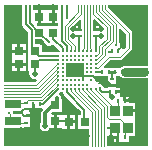
<source format=gtl>
G04*
G04 #@! TF.GenerationSoftware,Altium Limited,Altium Designer,19.0.10 (269)*
G04*
G04 Layer_Physical_Order=1*
G04 Layer_Color=255*
%FSLAX24Y24*%
%MOIN*%
G70*
G01*
G75*
%ADD10C,0.0079*%
%ADD12C,0.0049*%
%ADD13R,0.0335X0.0374*%
%ADD14R,0.0106X0.0118*%
%ADD15R,0.0551X0.0295*%
%ADD16C,0.0079*%
%ADD17R,0.0315X0.0295*%
%ADD18R,0.0295X0.0315*%
%ADD19R,0.0118X0.0106*%
%ADD27C,0.0118*%
%ADD28C,0.0090*%
%ADD29C,0.0080*%
%ADD30C,0.0300*%
%ADD31R,0.0315X0.0300*%
%ADD32R,0.0630X0.0492*%
%ADD33R,0.0079X0.0177*%
%ADD34C,0.0197*%
%ADD35C,0.0098*%
%ADD36C,0.0169*%
G36*
X-630Y2165D02*
Y2008D01*
X-737D01*
Y1781D01*
Y1555D01*
X-630D01*
Y1476D01*
X-1309D01*
X-1338Y1511D01*
X-1319Y1555D01*
X-1300D01*
Y1781D01*
Y2008D01*
X-1456D01*
Y2170D01*
X-1443Y2184D01*
X-679D01*
X-630Y2165D01*
D02*
G37*
G36*
X142Y1667D02*
Y1484D01*
X140D01*
Y1352D01*
X90D01*
Y1302D01*
X-89D01*
X-98Y1297D01*
X-105Y1298D01*
X-128Y1300D01*
X-147Y1298D01*
X-153Y1300D01*
X-193Y1331D01*
X-197Y1339D01*
Y1394D01*
X-93Y1497D01*
X-48Y1471D01*
Y1402D01*
X40D01*
Y1484D01*
X-35D01*
X-62Y1529D01*
X96Y1686D01*
X142Y1667D01*
D02*
G37*
G36*
X752Y1529D02*
X725Y1484D01*
X650D01*
Y1402D01*
X738D01*
Y1471D01*
X783Y1497D01*
X886Y1395D01*
Y1339D01*
X882Y1331D01*
X842Y1300D01*
X836Y1298D01*
X817Y1300D01*
X794Y1298D01*
X788Y1297D01*
X779Y1302D01*
X600D01*
Y1352D01*
X550D01*
Y1484D01*
X547D01*
Y1668D01*
X593Y1687D01*
X752Y1529D01*
D02*
G37*
G36*
X1638Y1198D02*
Y786D01*
X1561Y708D01*
X1514Y728D01*
Y776D01*
X1477D01*
X1471Y779D01*
X1449Y803D01*
X1437Y826D01*
X1437Y837D01*
X1436Y857D01*
X1431Y876D01*
X1423Y895D01*
X1413Y912D01*
X1413Y912D01*
Y1359D01*
X1459Y1378D01*
X1638Y1198D01*
D02*
G37*
G36*
X-1043Y876D02*
X-1040Y867D01*
X-1029Y850D01*
X-1016Y834D01*
X-1001Y821D01*
X-983Y811D01*
X-965Y803D01*
X-945Y798D01*
X-925Y797D01*
X-905Y798D01*
X-886Y803D01*
X-867Y811D01*
X-850Y821D01*
X-834Y834D01*
X-833Y836D01*
X-787Y845D01*
X-768Y842D01*
X-695Y769D01*
X-695Y769D01*
X-580Y653D01*
Y620D01*
X-599Y601D01*
X-1181D01*
Y866D01*
X-1392D01*
Y1024D01*
X-1191D01*
X-1043Y876D01*
D02*
G37*
G36*
X2361Y131D02*
X2234D01*
X2234Y131D01*
X1588D01*
X1562Y129D01*
X1536Y124D01*
X1511Y116D01*
X1488Y104D01*
X1466Y90D01*
X1453Y78D01*
X1407Y69D01*
X1407Y69D01*
X1144D01*
Y69D01*
X921D01*
X902Y115D01*
X1116Y329D01*
X1432D01*
X1448Y331D01*
X1464Y334D01*
X1479Y341D01*
X1493Y349D01*
X1505Y360D01*
X1815Y670D01*
X1826Y682D01*
X1834Y696D01*
X1841Y711D01*
X1845Y727D01*
X1846Y743D01*
Y1241D01*
X1845Y1258D01*
X1841Y1273D01*
X1834Y1288D01*
X1826Y1302D01*
X1815Y1315D01*
X1039Y2091D01*
Y2184D01*
X2361D01*
Y131D01*
D02*
G37*
G36*
X-1821Y2170D02*
Y1522D01*
X-1820Y1503D01*
X-1815Y1485D01*
X-1808Y1468D01*
X-1799Y1452D01*
X-1787Y1438D01*
X-1628Y1280D01*
Y866D01*
X-1634D01*
Y394D01*
Y-39D01*
X-1615D01*
X-1593Y-64D01*
X-1580Y-89D01*
X-1583Y-104D01*
X-1585Y-127D01*
X-1583Y-150D01*
X-1578Y-173D01*
X-1571Y-195D01*
X-1561Y-216D01*
X-1548Y-235D01*
X-1533Y-252D01*
X-1515Y-268D01*
X-1496Y-281D01*
X-1475Y-291D01*
X-1453Y-298D01*
X-1430Y-303D01*
X-1407Y-304D01*
X-1384Y-303D01*
X-1374Y-301D01*
X-1349Y-342D01*
X-1348Y-345D01*
X-1399Y-396D01*
X-2420D01*
X-2420Y-396D01*
Y2184D01*
X-1834D01*
X-1821Y2170D01*
D02*
G37*
G36*
X1407Y-207D02*
Y-207D01*
X1407Y-207D01*
X1453Y-216D01*
X1466Y-227D01*
X1488Y-242D01*
X1511Y-253D01*
X1536Y-262D01*
X1562Y-267D01*
X1588Y-268D01*
X2234D01*
X2234Y-268D01*
X2361D01*
Y-2519D01*
X1014D01*
Y-2187D01*
X1234D01*
Y-2196D01*
X1366D01*
Y-2246D01*
X1416D01*
Y-2384D01*
X1722D01*
Y-2187D01*
X1950D01*
Y-1666D01*
X1950Y-1655D01*
X1950D01*
Y-1616D01*
X1950D01*
Y-1400D01*
X1704D01*
Y-1300D01*
X1950D01*
Y-1084D01*
X1722D01*
Y-1075D01*
X1590D01*
Y-1025D01*
X1540D01*
Y-887D01*
X1483D01*
X1445Y-859D01*
Y-771D01*
X1313D01*
Y-671D01*
X1445D01*
Y-584D01*
X1310D01*
Y-561D01*
X1035D01*
Y-584D01*
X957D01*
Y-603D01*
X891D01*
X888Y-600D01*
X887Y-580D01*
X882Y-560D01*
X874Y-542D01*
X864Y-525D01*
X851Y-509D01*
X835Y-496D01*
X818Y-486D01*
X800Y-478D01*
X780Y-473D01*
X760Y-472D01*
X740Y-473D01*
X720Y-478D01*
X698Y-433D01*
X704Y-428D01*
X716Y-414D01*
X726Y-398D01*
X727Y-394D01*
X620D01*
Y-344D01*
X590Y-314D01*
X590Y-207D01*
X716Y-207D01*
X716Y-207D01*
X1035D01*
Y-461D01*
X1310D01*
Y-207D01*
X1407D01*
X1407Y-207D01*
D02*
G37*
G36*
X-1846Y-1469D02*
X-2096D01*
X-2131Y-1430D01*
X-2133Y-1410D01*
X-2135Y-1401D01*
X-2119Y-1371D01*
X-2101Y-1351D01*
X-1846D01*
Y-1469D01*
D02*
G37*
G36*
X-536Y-726D02*
X-519Y-733D01*
X-501Y-737D01*
X-482Y-739D01*
X-462Y-753D01*
X-461Y-757D01*
X-461Y-757D01*
X-458Y-771D01*
X-451Y-788D01*
X-441Y-804D01*
X-429Y-818D01*
X-428Y-819D01*
X-428Y-819D01*
X33Y-1281D01*
X42Y-1296D01*
X55Y-1311D01*
X71Y-1324D01*
X85Y-1333D01*
X124Y-1371D01*
Y-1494D01*
X29D01*
Y-1966D01*
X413D01*
Y-2519D01*
X-2420D01*
Y-1922D01*
X-1778D01*
Y-1881D01*
X-1571D01*
Y-1656D01*
Y-1575D01*
X-1709D01*
Y-1475D01*
X-1571D01*
Y-1268D01*
X-1503D01*
Y-1130D01*
X-1403D01*
Y-1268D01*
X-1159D01*
X-1138Y-1318D01*
X-1168Y-1347D01*
X-1182Y-1364D01*
X-1193Y-1382D01*
X-1201Y-1402D01*
X-1207Y-1424D01*
X-1208Y-1445D01*
Y-1739D01*
X-1211Y-1742D01*
X-1224Y-1762D01*
X-1234Y-1782D01*
X-1242Y-1804D01*
X-1246Y-1827D01*
X-1248Y-1850D01*
X-1246Y-1874D01*
X-1242Y-1896D01*
X-1234Y-1918D01*
X-1224Y-1939D01*
X-1211Y-1958D01*
X-1196Y-1976D01*
X-1178Y-1991D01*
X-1159Y-2004D01*
X-1138Y-2014D01*
X-1116Y-2022D01*
X-1093Y-2026D01*
X-1070Y-2028D01*
X-1047Y-2026D01*
X-1024Y-2022D01*
X-1002Y-2014D01*
X-981Y-2004D01*
X-962Y-1991D01*
X-944Y-1976D01*
X-929Y-1958D01*
X-916Y-1939D01*
X-915Y-1937D01*
X-777D01*
Y-1710D01*
Y-1484D01*
X-845D01*
X-863Y-1440D01*
X-835Y-1405D01*
X-491D01*
Y-953D01*
X-531D01*
Y-931D01*
X-533Y-909D01*
X-538Y-888D01*
X-546Y-868D01*
X-557Y-850D01*
X-572Y-833D01*
X-584Y-822D01*
X-588Y-816D01*
X-595Y-768D01*
X-592Y-760D01*
X-550Y-717D01*
X-536Y-726D01*
D02*
G37*
%LPC*%
G36*
X-837Y2008D02*
X-1200D01*
Y1781D01*
Y1555D01*
X-837D01*
Y1781D01*
Y2008D01*
D02*
G37*
G36*
X-1713Y866D02*
X-1889D01*
Y680D01*
X-1713D01*
Y866D01*
D02*
G37*
G36*
X-1989D02*
X-2165D01*
Y680D01*
X-1989D01*
Y866D01*
D02*
G37*
G36*
X-1713Y580D02*
X-1939D01*
X-2165D01*
Y394D01*
Y247D01*
X-1939D01*
X-1713D01*
Y394D01*
Y580D01*
D02*
G37*
G36*
Y147D02*
X-1889D01*
Y-39D01*
X-1713D01*
Y147D01*
D02*
G37*
G36*
X-1989D02*
X-2165D01*
Y-39D01*
X-1989D01*
Y147D01*
D02*
G37*
G36*
X1722Y-887D02*
X1640D01*
Y-975D01*
X1722D01*
Y-887D01*
D02*
G37*
G36*
X1316Y-2296D02*
X1234D01*
Y-2384D01*
X1316D01*
Y-2296D01*
D02*
G37*
G36*
X-49Y-1494D02*
X-226D01*
Y-1680D01*
X-49D01*
Y-1494D01*
D02*
G37*
G36*
Y-1780D02*
X-226D01*
Y-1966D01*
X-49D01*
Y-1780D01*
D02*
G37*
G36*
X-491Y-1484D02*
X-677D01*
Y-1710D01*
Y-1937D01*
X-502D01*
Y-1966D01*
X-326D01*
Y-1730D01*
Y-1494D01*
X-491D01*
Y-1484D01*
D02*
G37*
%LPD*%
D10*
X1035Y-1921D02*
X1252Y-1921D01*
X1366Y-2226D02*
Y-2035D01*
X1252Y-1921D02*
X1366Y-2035D01*
X1084Y-2246D02*
X1133Y-2196D01*
X1133Y-2039D02*
X1133Y-2196D01*
X1133Y-2039D02*
X1252Y-1921D01*
X1590Y-1045D02*
X1783D01*
X1783Y-1045D01*
X760Y-656D02*
X825Y-721D01*
X1089D01*
Y-823D02*
Y-721D01*
Y-823D02*
X1171Y-905D01*
X700Y1520D02*
X817Y1403D01*
X1053Y610D02*
X1132D01*
X1369Y658D02*
X1526Y815D01*
X1132Y610D02*
X1151Y629D01*
X-727Y-1710D02*
X-295D01*
X-1510Y732D02*
Y1329D01*
Y732D02*
X-1407Y630D01*
X-1260Y482D01*
Y344D02*
X-620D01*
X-1407Y1D02*
X-1407Y0D01*
X-1407Y1D02*
Y197D01*
X-1260Y344D01*
Y482D02*
X-620D01*
X-1407Y-127D02*
Y0D01*
X-344Y-736D02*
X242Y-1322D01*
Y-1730D02*
Y-1322D01*
X-1703Y1522D02*
X-1510Y1329D01*
X-1703Y1522D02*
Y2170D01*
X-1575Y1575D02*
X-1250Y1250D01*
X-1575Y1575D02*
Y2170D01*
X-1130Y-1130D02*
X-620Y-620D01*
X-1228Y-1130D02*
X-1130D01*
X-1868Y-1411D02*
Y-1410D01*
Y-1411D02*
X-1755Y-1525D01*
X-1709D01*
Y-1306D02*
X-1459D01*
X-1868Y-1410D02*
X-1764Y-1306D01*
X-1709D01*
X-1459D02*
X-1453Y-1313D01*
Y-1130D01*
X518Y-208D02*
X539D01*
X-345Y-735D02*
X-344Y-736D01*
Y-620D01*
X-345Y-735D02*
Y-620D01*
X539Y-208D02*
X620Y-289D01*
Y-344D02*
Y-289D01*
Y-69D02*
X845D01*
X760Y-600D02*
X760Y-656D01*
X1132Y-511D02*
X1173D01*
X924Y-303D02*
X1132Y-511D01*
X207Y-207D02*
X517D01*
X518Y-208D01*
X811Y1128D02*
X817Y1122D01*
X600Y1128D02*
X811D01*
X600D02*
X620Y1108D01*
Y620D02*
Y1108D01*
X69Y620D02*
Y1108D01*
X89Y1128D01*
X-122D02*
X89D01*
X-128Y1122D02*
X-122Y1128D01*
X-482Y620D02*
Y723D01*
X-787Y1029D02*
X-482Y723D01*
X-787Y1029D02*
Y1250D01*
X-344Y1722D02*
Y2165D01*
Y620D02*
Y796D01*
X-512Y963D02*
X-344Y796D01*
X-512Y963D02*
Y2165D01*
X-127Y1366D02*
X76D01*
X90Y1352D01*
X614Y1366D02*
X817D01*
X600Y1352D02*
X614Y1366D01*
X-1250Y1250D02*
X-925Y925D01*
X-127Y1366D02*
Y1403D01*
X-10Y1520D01*
D12*
X1252Y-1350D02*
X1366Y-1236D01*
Y-1045D01*
X1074Y-1635D02*
X1425D01*
X1590Y-1801D01*
X1010Y-1571D02*
X1074Y-1635D01*
X482Y-678D02*
X1010Y-1206D01*
X1590Y-2226D02*
Y-1801D01*
X1252Y-1350D02*
Y-1308D01*
X620Y-676D02*
X1252Y-1308D01*
X1010Y-1571D02*
Y-1206D01*
X910Y-2520D02*
Y-1244D01*
X344Y-679D02*
X910Y-1244D01*
X812Y-2520D02*
Y-1285D01*
X207Y-680D02*
X812Y-1285D01*
X713Y-2520D02*
Y-1326D01*
X69Y-682D02*
X713Y-1326D01*
X615Y-2520D02*
Y-1367D01*
X-69Y-683D02*
X615Y-1367D01*
X516Y-2520D02*
Y-1407D01*
X-207Y-684D02*
X516Y-1407D01*
X837Y2008D02*
X1309Y1535D01*
Y837D02*
Y1535D01*
X709Y69D02*
X1073Y433D01*
X1432D01*
X1742Y743D01*
X620Y69D02*
X709D01*
X1742Y743D02*
Y1241D01*
X935Y2048D02*
X1742Y1241D01*
X837Y2008D02*
Y2185D01*
X935Y2048D02*
Y2185D01*
X-1152Y-992D02*
X-642Y-482D01*
X-1619Y-992D02*
X-1152D01*
X-1193Y-894D02*
X-644Y-344D01*
X-2420Y-894D02*
X-1193D01*
X-1234Y-795D02*
X-645Y-207D01*
X-2420Y-795D02*
X-1234D01*
X-1275Y-697D02*
X-647Y-69D01*
X-2420Y-697D02*
X-1275D01*
X-1315Y-598D02*
X-648Y69D01*
X-2420Y-598D02*
X-1315D01*
X-1356Y-500D02*
X-649Y207D01*
X-2420Y-500D02*
X-1356D01*
X344Y-679D02*
Y-620D01*
X482Y-678D02*
Y-620D01*
X620Y-676D02*
Y-620D01*
X-1709Y-1082D02*
X-1619Y-992D01*
X-2230Y-1098D02*
X-2230Y-1125D01*
X-207Y-684D02*
Y-620D01*
X-69Y-683D02*
Y-620D01*
X69D02*
X69Y-682D01*
X207Y-680D02*
Y-620D01*
X482Y620D02*
Y688D01*
X443Y727D02*
X482Y688D01*
X207Y620D02*
Y697D01*
X-642Y-482D02*
X-620D01*
X-644Y-344D02*
X-620D01*
X-645Y-207D02*
X-620D01*
X-647Y-69D02*
X-620D01*
X-648Y69D02*
X-620D01*
X-649Y207D02*
X-620D01*
X-2260Y-1430D02*
X-2234Y-1456D01*
X344Y620D02*
Y2185D01*
X-69Y620D02*
Y819D01*
X-300Y1051D02*
X-69Y819D01*
X-300Y1051D02*
Y1436D01*
X-207Y620D02*
Y818D01*
X-399Y1010D02*
X-207Y818D01*
X-399Y1010D02*
Y1477D01*
X620Y482D02*
X642D01*
X620Y344D02*
X644D01*
X207Y697D02*
X246Y736D01*
Y2185D01*
X443Y727D02*
Y2185D01*
X541Y1885D02*
Y2185D01*
X640Y1926D02*
Y2185D01*
X-300Y1436D02*
X148Y1884D01*
Y2185D01*
X49Y1925D02*
Y2185D01*
X-399Y1477D02*
X49Y1925D01*
X-2230Y-1125D02*
X-2132D01*
X-2234Y-1593D02*
Y-1456D01*
Y-1593D02*
X-2142Y-1686D01*
X-2132Y-1696D02*
X-2079Y-1749D01*
X-1709D01*
X-2132Y-1125D02*
X-2089Y-1082D01*
X-1709D01*
X645Y207D02*
X930Y492D01*
Y713D02*
X1186Y969D01*
X733Y795D02*
X989Y1051D01*
X832Y754D02*
X1088Y1010D01*
X620Y207D02*
X645D01*
X541Y1885D02*
X989Y1437D01*
Y1051D02*
Y1437D01*
X640Y1926D02*
X1088Y1478D01*
Y1010D02*
Y1478D01*
X738Y1967D02*
Y2185D01*
Y1967D02*
X1186Y1519D01*
Y969D02*
Y1519D01*
X642Y482D02*
X733Y573D01*
Y795D01*
X644Y344D02*
X832Y532D01*
Y754D01*
X930Y492D02*
Y713D01*
D13*
X1704Y-1350D02*
D03*
X1252D02*
D03*
Y-1921D02*
D03*
X1704D02*
D03*
D14*
X1590Y-2246D02*
D03*
X1366D02*
D03*
X1366Y-1025D02*
D03*
X1590D02*
D03*
X1089Y-721D02*
D03*
X1313D02*
D03*
X1275Y-69D02*
D03*
X1500D02*
D03*
X845Y-69D02*
D03*
X1070D02*
D03*
X1383Y639D02*
D03*
X1158D02*
D03*
X-1453Y-1130D02*
D03*
X-1228D02*
D03*
D15*
X-2132Y-1696D02*
D03*
Y-1125D02*
D03*
D16*
X-620Y620D02*
D03*
X620Y-344D02*
D03*
X482D02*
D03*
X620Y-620D02*
D03*
X-482Y620D02*
D03*
X-344D02*
D03*
X-207D02*
D03*
X-69D02*
D03*
X69D02*
D03*
X207D02*
D03*
X344D02*
D03*
X482D02*
D03*
X620D02*
D03*
X-620Y482D02*
D03*
X-482D02*
D03*
X-344D02*
D03*
X-207D02*
D03*
X-69D02*
D03*
X69D02*
D03*
X207D02*
D03*
X344D02*
D03*
X482D02*
D03*
X620D02*
D03*
X-620Y344D02*
D03*
X-482D02*
D03*
X-344D02*
D03*
X-207D02*
D03*
X-69D02*
D03*
X69D02*
D03*
X207D02*
D03*
X482D02*
D03*
X620D02*
D03*
X-620Y207D02*
D03*
X-482D02*
D03*
X-344D02*
D03*
X-207D02*
D03*
X-69D02*
D03*
X69D02*
D03*
X207D02*
D03*
X344D02*
D03*
X482D02*
D03*
X620D02*
D03*
X-620Y69D02*
D03*
X-482D02*
D03*
X-344D02*
D03*
X-207D02*
D03*
X-69D02*
D03*
X69D02*
D03*
X207D02*
D03*
X344D02*
D03*
X482D02*
D03*
X620D02*
D03*
X-620Y-69D02*
D03*
X-482D02*
D03*
X-344D02*
D03*
X-207D02*
D03*
X-69D02*
D03*
X69D02*
D03*
X207D02*
D03*
X344D02*
D03*
X482D02*
D03*
X620D02*
D03*
X-620Y-207D02*
D03*
X-482D02*
D03*
X-344D02*
D03*
X-207D02*
D03*
X-69D02*
D03*
X69D02*
D03*
X207D02*
D03*
X344D02*
D03*
X-620Y-344D02*
D03*
X-482D02*
D03*
X-344D02*
D03*
X-207D02*
D03*
X-69D02*
D03*
X69D02*
D03*
X207D02*
D03*
X-620Y-482D02*
D03*
X-482D02*
D03*
X-344D02*
D03*
X-207D02*
D03*
X-69D02*
D03*
X69D02*
D03*
X207D02*
D03*
X344D02*
D03*
X-620Y-620D02*
D03*
X-482D02*
D03*
X-344D02*
D03*
X-207D02*
D03*
X-69D02*
D03*
X69D02*
D03*
X207D02*
D03*
X344D02*
D03*
X482D02*
D03*
D17*
X-1250Y1250D02*
D03*
Y1781D02*
D03*
X-787Y1250D02*
D03*
Y1781D02*
D03*
X-727Y-1179D02*
D03*
Y-1710D02*
D03*
D18*
X-1407Y630D02*
D03*
X-1939D02*
D03*
X-276Y-1730D02*
D03*
X256D02*
D03*
X-1407Y197D02*
D03*
X-1939D02*
D03*
D19*
X-1709Y-1306D02*
D03*
Y-1082D02*
D03*
Y-1525D02*
D03*
Y-1749D02*
D03*
X600Y1352D02*
D03*
Y1128D02*
D03*
X90Y1352D02*
D03*
Y1128D02*
D03*
X1173Y-287D02*
D03*
Y-511D02*
D03*
D27*
X-1070Y-1850D02*
Y-1445D01*
X-804Y-1179D01*
X-727D01*
X-669Y-1121D01*
Y-931D01*
D28*
X1072Y-69D02*
X1178D01*
X1275D01*
X1280D01*
D29*
X1173Y-74D02*
X1178Y-69D01*
X1173Y-287D02*
Y-74D01*
D30*
X1588Y-69D02*
X2234D01*
D31*
X2227Y-69D02*
D03*
D32*
X-69Y0D02*
D03*
D33*
X207Y-256D02*
D03*
D34*
X1144Y-2246D02*
D03*
X1813Y-966D02*
D03*
X1526Y-758D02*
D03*
X1171Y-905D02*
D03*
X1969Y837D02*
D03*
X1526Y815D02*
D03*
X1526Y1161D02*
D03*
X2244Y2077D02*
D03*
X1201Y2077D02*
D03*
X-2254Y630D02*
D03*
Y197D02*
D03*
X-2313Y-295D02*
D03*
X-1407Y-127D02*
D03*
X-728Y-2047D02*
D03*
X-1070Y-1850D02*
D03*
X-420Y-2421D02*
D03*
X-360Y-1130D02*
D03*
X-374Y-1374D02*
D03*
X-1490Y-1350D02*
D03*
X-1199Y929D02*
D03*
X1821Y-389D02*
D03*
X2244Y249D02*
D03*
Y-389D02*
D03*
X1821Y249D02*
D03*
X1148Y190D02*
D03*
X924Y-303D02*
D03*
X1440Y-380D02*
D03*
X817Y1122D02*
D03*
X-128D02*
D03*
X-127Y1366D02*
D03*
X817D02*
D03*
X-1870Y-2006D02*
D03*
X-1250Y2087D02*
D03*
X-807D02*
D03*
X2244Y1299D02*
D03*
X-1921Y2047D02*
D03*
X-1810Y1290D02*
D03*
X-2303Y1368D02*
D03*
Y2047D02*
D03*
Y-2402D02*
D03*
X2264Y-1171D02*
D03*
Y-2421D02*
D03*
X320Y-2190D02*
D03*
D35*
X1035Y-1921D02*
D03*
X1053Y610D02*
D03*
X1309Y837D02*
D03*
X-669Y-931D02*
D03*
X146Y-1220D02*
D03*
X-2000Y-1410D02*
D03*
X-620Y620D02*
D03*
X760Y-600D02*
D03*
X482Y-346D02*
D03*
X344Y-482D02*
D03*
X-482D02*
D03*
X-344D02*
D03*
X-207D02*
D03*
X-69D02*
D03*
X69D02*
D03*
X207D02*
D03*
X482Y-69D02*
D03*
Y69D02*
D03*
Y207D02*
D03*
Y344D02*
D03*
Y482D02*
D03*
X344D02*
D03*
X207D02*
D03*
X69D02*
D03*
X-69D02*
D03*
X-207D02*
D03*
X-344D02*
D03*
X-482Y207D02*
D03*
Y-69D02*
D03*
Y-207D02*
D03*
Y-344D02*
D03*
X-344Y344D02*
D03*
X-69D02*
D03*
X69D02*
D03*
X207D02*
D03*
X344Y69D02*
D03*
Y207D02*
D03*
X-344Y-344D02*
D03*
X-207D02*
D03*
X69D02*
D03*
X-482Y69D02*
D03*
X-207Y344D02*
D03*
X344Y-69D02*
D03*
X-2260Y-1430D02*
D03*
X-344Y1722D02*
D03*
X-482Y482D02*
D03*
X-69Y-344D02*
D03*
X-925Y925D02*
D03*
D36*
X67Y-72D02*
D03*
X-263Y-50D02*
D03*
M02*

</source>
